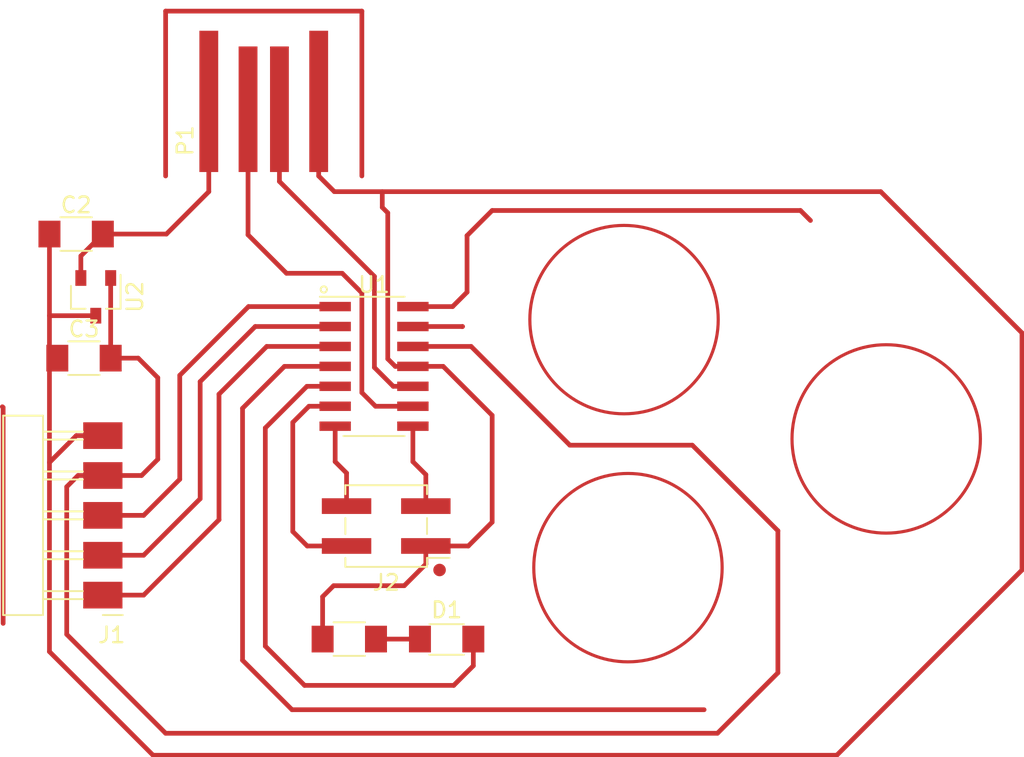
<source format=kicad_pcb>
(kicad_pcb (version 20240108) (generator "pcbnew") (generator_version "8.0")
  (layers (0 "F.Cu" signal) (31 "B.Cu" signal) (34 "B.Paste" user) (35 "F.Paste" user) (36 "B.SilkS" user "B.Silkscreen") (37 "F.SilkS" user "F.Silkscreen") (38 "B.Mask" user) (39 "F.Mask" user) (44 "Edge.Cuts" user))
  (net 0 "")
  (net 1 "PWR5V")
  (net 2 "GND")
  (net 3 "VDD")
  (net 4 "LED")
  (net 5 "Net-(D1-K)")
  (net 6 "PA05")
  (net 7 "PA08")
  (net 8 "PA09")
  (net 9 "CLK")
  (net 10 "RST")
  (net 11 "DIO")
  (net 12 "D+")
  (net 13 "D-")
  (net 14 "Pad1")
  (net 15 "Pad3")
  (net 16 "Pad2")
  (footprint "fab:C_1206" (layer "F.Cu") (at 106.7 59.5)
    (property "Reference" "C2" (at 0 -1.85 0) (layer "F.SilkS"))
    (property "Value" "1uf")
    (fp_line (start -1 -1.07) (end 1 -1.07) (stroke (width 0.12)) (layer "F.SilkS"))
    (fp_line (start 1 1.07) (end -1 1.07) (stroke (width 0.12)) (layer "F.SilkS"))
    (pad "1" smd rect (at -1.7 0) (size 1.4 1.7) (layers "F.Cu" "F.Paste" "F.Mask") (net 2 "GND"))
    (pad "2" smd rect (at 1.7 0) (size 1.4 1.7) (layers "F.Cu" "F.Paste" "F.Mask") (net 1 "PWR5V"))
  )
  (footprint "fab:C_1206" (layer "F.Cu") (at 107.2 67.405)
    (property "Reference" "C3" (at 0 -1.85 0) (layer "F.SilkS"))
    (property "Value" "1uf")
    (fp_line (start -1 -1.07) (end 1 -1.07) (stroke (width 0.12)) (layer "F.SilkS"))
    (fp_line (start 1 1.07) (end -1 1.07) (stroke (width 0.12)) (layer "F.SilkS"))
    (pad "1" smd rect (at -1.7 0) (size 1.4 1.7) (layers "F.Cu" "F.Paste" "F.Mask") (net 2 "GND"))
    (pad "2" smd rect (at 1.7 0) (size 1.4 1.7) (layers "F.Cu" "F.Paste" "F.Mask") (net 3 "VDD"))
  )
  (footprint "fab:LED_1206" (layer "F.Cu") (at 130.3 85.3)
    (property "Reference" "D1" (at 0 -1.85 0) (layer "F.SilkS"))
    (property "Value" "LED_1206")
    (fp_line (start -1.1 -0.95) (end 1.1 -0.95) (stroke (width 0.12)) (layer "F.SilkS"))
    (fp_line (start -1.1 1) (end 1.1 1) (stroke (width 0.12)) (layer "F.SilkS"))
    (pad "1" smd rect (at -1.7 0) (size 1.4 1.7) (layers "F.Cu" "F.Paste" "F.Mask") (net 5 "Net-(D1-K)"))
    (pad "2" smd rect (at 1.7 0) (size 1.4 1.7) (layers "F.Cu" "F.Paste" "F.Mask") (net 4 "LED"))
  )
  (footprint "fab:Conn_USB_A_Plain" (layer "F.Cu") (at 118.65 51.05 90)
    (property "Reference" "P1" (at -2.5 -5 90) (layer "F.SilkS"))
    (property "Value" "Conn_USB_A_Plain")
    (pad "1" smd rect (at 0 -3.5 90) (size 9 1.2) (layers "F.Cu" "F.Paste" "F.Mask") (net 1 "PWR5V"))
    (pad "2" smd rect (at -0.5 -1 90) (size 8 1.2) (layers "F.Cu" "F.Paste" "F.Mask") (net 13 "D-"))
    (pad "3" smd rect (at -0.5 1 90) (size 8 1.2) (layers "F.Cu" "F.Paste" "F.Mask") (net 12 "D+"))
    (pad "4" smd rect (at 0 3.5 90) (size 9 1.2) (layers "F.Cu" "F.Paste" "F.Mask") (net 2 "GND"))
  )
  (footprint "fab:R_1206" (layer "F.Cu") (at 124.1 85.3 180)
    (property "Reference" "R1" (hide yes))
    (property "Value" "220")
    (fp_line (start 1 1.07) (end -1 1.07) (stroke (width 0.12)) (layer "F.SilkS"))
    (fp_line (start -1 -1.07) (end 1 -1.07) (stroke (width 0.12)) (layer "F.SilkS"))
    (pad "1" smd rect (at -1.7 0 180) (size 1.4 1.7) (layers "F.Cu" "F.Paste" "F.Mask") (net 5 "Net-(D1-K)"))
    (pad "2" smd rect (at 1.7 0 180) (size 1.4 1.7) (layers "F.Cu" "F.Paste" "F.Mask") (net 2 "GND"))
  )
  (footprint "fab:SOT-23-3" (layer "F.Cu") (at 107.95 63.5 -90)
    (property "Reference" "U2" (at 0 -2.5 90) (layer "F.SilkS"))
    (property "Value" "Regulator_Linear_3.3V_100mA_TexasInstruments")
    (fp_line (start 0.76 1.58) (end -0.7 1.58) (stroke (width 0.12)) (layer "F.SilkS"))
    (fp_line (start 0.76 1.58) (end 0.76 0.65) (stroke (width 0.12)) (layer "F.SilkS"))
    (fp_line (start 0.76 -1.58) (end 0.76 -0.65) (stroke (width 0.12)) (layer "F.SilkS"))
    (fp_line (start 0.76 -1.58) (end -1.4 -1.58) (stroke (width 0.12)) (layer "F.SilkS"))
    (pad "1" smd rect (at -1.2 -0.95 270) (size 1 0.7) (layers "F.Cu" "F.Paste" "F.Mask") (net 3 "VDD"))
    (pad "2" smd rect (at -1.2 0.95 270) (size 1 0.7) (layers "F.Cu" "F.Paste" "F.Mask") (net 1 "PWR5V"))
    (pad "3" smd rect (at 1.2 0 270) (size 1 0.7) (layers "F.Cu" "F.Paste" "F.Mask") (net 2 "GND"))
  )
  (footprint "fab:SOIC-14_3.9x8.7mm_P1.27mm" (layer "F.Cu") (at 125.675 67.93)
    (property "Reference" "U1" (at 0 -5.2 0) (layer "F.SilkS"))
    (property "Value" "Microcontroller_ATSAMD11C14A-SSUT")
    (fp_line (start 0 -4.435) (end -3.45 -4.435) (stroke (width 0.12)) (layer "F.SilkS"))
    (fp_line (start 0 -4.435) (end 1.95 -4.435) (stroke (width 0.12)) (layer "F.SilkS"))
    (fp_line (start 0 4.435) (end -1.95 4.435) (stroke (width 0.12)) (layer "F.SilkS"))
    (fp_line (start 0 4.435) (end 1.95 4.435) (stroke (width 0.12)) (layer "F.SilkS"))
    (fp_circle (center -3.2 -4.9) (end -3.2 -4.7) (stroke (width 0.12)) (fill none) (layer "F.SilkS"))
    (pad "1" smd rect (at -2.475 -3.81) (size 2 0.6) (layers "F.Cu" "F.Paste" "F.Mask") (net 6 "PA05"))
    (pad "2" smd rect (at -2.475 -2.54) (size 2 0.6) (layers "F.Cu" "F.Paste" "F.Mask") (net 7 "PA08"))
    (pad "3" smd rect (at -2.475 -1.27) (size 2 0.6) (layers "F.Cu" "F.Paste" "F.Mask") (net 8 "PA09"))
    (pad "4" smd rect (at -2.475 0) (size 2 0.6) (layers "F.Cu" "F.Paste" "F.Mask") (net 15 "Pad3"))
    (pad "5" smd rect (at -2.475 1.27) (size 2 0.6) (layers "F.Cu" "F.Paste" "F.Mask") (net 4 "LED"))
    (pad "6" smd rect (at -2.475 2.54) (size 2 0.6) (layers "F.Cu" "F.Paste" "F.Mask") (net 10 "RST"))
    (pad "7" smd rect (at -2.475 3.81) (size 2 0.6) (layers "F.Cu" "F.Paste" "F.Mask") (net 9 "CLK"))
    (pad "8" smd rect (at 2.475 3.81) (size 2 0.6) (layers "F.Cu" "F.Paste" "F.Mask") (net 11 "DIO"))
    (pad "9" smd rect (at 2.475 2.54) (size 2 0.6) (layers "F.Cu" "F.Paste" "F.Mask") (net 13 "D-"))
    (pad "10" smd rect (at 2.475 1.27) (size 2 0.6) (layers "F.Cu" "F.Paste" "F.Mask") (net 12 "D+"))
    (pad "11" smd rect (at 2.475 0) (size 2 0.6) (layers "F.Cu" "F.Paste" "F.Mask") (net 2 "GND"))
    (pad "12" smd rect (at 2.475 -1.27) (size 2 0.6) (layers "F.Cu" "F.Paste" "F.Mask") (net 3 "VDD"))
    (pad "13" smd rect (at 2.475 -2.54) (size 2 0.6) (layers "F.Cu" "F.Paste" "F.Mask") (net 14 "Pad1"))
    (pad "14" smd rect (at 2.475 -3.81) (size 2 0.6) (layers "F.Cu" "F.Paste" "F.Mask") (net 16 "Pad2"))
  )
  (footprint "fab:PinHeader_1x05_P2.54mm_Horizontal_SMD" (layer "F.Cu") (at 108.4 82.5 180)
    (property "Reference" "J1" (at -1.524 -2.54 180) (layer "F.SilkS") (effects (justify right)))
    (property "Value" "Conn_PinHeader_1x05_P2.54mm_Horizontal_SMD" (hide yes))
    (fp_line (start 6.35 11.43) (end 3.81 11.43) (stroke (width 0.12)) (layer "F.SilkS"))
    (fp_line (start 6.35 -1.27) (end 6.35 11.43) (stroke (width 0.12)) (layer "F.SilkS"))
    (fp_line (start 3.81 11.43) (end 3.81 -1.27) (stroke (width 0.12)) (layer "F.SilkS"))
    (fp_line (start 3.81 10.414) (end 1.27 10.414) (stroke (width 0.12)) (layer "F.SilkS"))
    (fp_line (start 3.81 9.906) (end 1.27 9.906) (stroke (width 0.12)) (layer "F.SilkS"))
    (fp_line (start 3.81 7.874) (end 1.27 7.874) (stroke (width 0.12)) (layer "F.SilkS"))
    (fp_line (start 3.81 7.366) (end 1.27 7.366) (stroke (width 0.12)) (layer "F.SilkS"))
    (fp_line (start 3.81 5.334) (end 1.27 5.334) (stroke (width 0.12)) (layer "F.SilkS"))
    (fp_line (start 3.81 4.826) (end 1.27 4.826) (stroke (width 0.12)) (layer "F.SilkS"))
    (fp_line (start 3.81 2.794) (end 1.27 2.794) (stroke (width 0.12)) (layer "F.SilkS"))
    (fp_line (start 3.81 2.286) (end 1.27 2.286) (stroke (width 0.12)) (layer "F.SilkS"))
    (fp_line (start 3.81 0.254) (end 1.27 0.254) (stroke (width 0.12)) (layer "F.SilkS"))
    (fp_line (start 3.81 -0.254) (end 1.27 -0.254) (stroke (width 0.12)) (layer "F.SilkS"))
    (fp_line (start 3.81 -1.27) (end 6.35 -1.27) (stroke (width 0.12)) (layer "F.SilkS"))
    (fp_line (start -1.27 -1.27) (end 0 -1.27) (stroke (width 0.12)) (layer "F.SilkS"))
    (pad "1" smd rect (at 0 0 180) (size 2.5 1.7) (layers "F.Cu" "F.Paste" "F.Mask") (net 8 "PA09"))
    (pad "2" smd rect (at 0 2.54 180) (size 2.5 1.7) (layers "F.Cu" "F.Paste" "F.Mask") (net 7 "PA08"))
    (pad "3" smd rect (at 0 5.08 180) (size 2.5 1.7) (layers "F.Cu" "F.Paste" "F.Mask") (net 6 "PA05"))
    (pad "4" smd rect (at 0 7.62 180) (size 2.5 1.7) (layers "F.Cu" "F.Paste" "F.Mask") (net 3 "VDD"))
    (pad "5" smd rect (at 0 10.16 180) (size 2.5 1.7) (layers "F.Cu" "F.Paste" "F.Mask") (net 2 "GND"))
  )
  (footprint "fab:PinHeader_2x02_P2.54mm_Vertical_SMD" (layer "F.Cu") (at 126.45 78.1 180)
    (property "Reference" "J2" (at 0 -3.6 180) (layer "F.SilkS"))
    (property "Value" "Conn_PinHeader_SWD_2x02_P2.54mm_Vertical_SMD")
    (fp_circle (center -3.4 -2.8) (end -3.1 -2.8) (stroke (width 0.2)) (fill solid) (layer "F.Cu"))
    (fp_line (start 2.6 2.03) (end 2.6 2.6) (stroke (width 0.12)) (layer "F.SilkS"))
    (fp_line (start 2.6 -0.51) (end 2.6 0.51) (stroke (width 0.12)) (layer "F.SilkS"))
    (fp_line (start 2.6 -2.6) (end 2.6 -2.03) (stroke (width 0.12)) (layer "F.SilkS"))
    (fp_line (start -2.6 2.6) (end 2.6 2.6) (stroke (width 0.12)) (layer "F.SilkS"))
    (fp_line (start -2.6 2.03) (end -2.6 2.6) (stroke (width 0.12)) (layer "F.SilkS"))
    (fp_line (start -2.6 -0.51) (end -2.6 0.51) (stroke (width 0.12)) (layer "F.SilkS"))
    (fp_line (start -2.6 -2.6) (end 2.6 -2.6) (stroke (width 0.12)) (layer "F.SilkS"))
    (fp_line (start -2.6 -2.6) (end -2.6 -2.03) (stroke (width 0.12)) (layer "F.SilkS"))
    (fp_line (start -4.04 -2.03) (end -2.6 -2.03) (stroke (width 0.12)) (layer "F.SilkS"))
    (pad "1" smd rect (at -2.525 -1.27 180) (size 3.15 1) (layers "F.Cu" "F.Paste" "F.Mask") (net 2 "GND"))
    (pad "2" smd rect (at 2.525 -1.27 180) (size 3.15 1) (layers "F.Cu" "F.Paste" "F.Mask") (net 10 "RST"))
    (pad "3" smd rect (at -2.525 1.27 180) (size 3.15 1) (layers "F.Cu" "F.Paste" "F.Mask") (net 11 "DIO"))
    (pad "4" smd rect (at 2.525 1.27 180) (size 3.15 1) (layers "F.Cu" "F.Paste" "F.Mask") (net 9 "CLK"))
  )
  (gr_circle (center 141.85 80.75) (end 147.85 80.75) (stroke (width 0.2)) (fill none) (layer "F.Cu") (net 15))
  (gr_circle (center 141.6 64.95) (end 147.6 64.95) (stroke (width 0.2)) (fill none) (layer "F.Cu") (net 14))
  (gr_circle (center 158.3 72.55) (end 164.3 72.55) (stroke (width 0.2)) (fill none) (layer "F.Cu"))
  (segment (start 102.05 70.55) (end 102.05 84.3) (width 0.3) (layer "F.Cu") (net 0))
  (segment (start 102 70.5) (end 102.05 70.55) (width 0.3) (layer "F.Cu") (net 0))
  (segment (start 124.9 55.8) (end 124.9 45.3) (width 0.3) (layer "F.Cu") (net 0))
  (segment (start 124.9 45.3) (end 112.4 45.3) (width 0.3) (layer "F.Cu") (net 0))
  (segment (start 112.4 45.3) (end 112.4 55.8) (width 0.3) (layer "F.Cu") (net 0))
  (segment (start 112.45 59.5) (end 108.4 59.5) (width 0.3) (layer "F.Cu") (net 1))
  (segment (start 115.15 56.8) (end 112.45 59.5) (width 0.3) (layer "F.Cu") (net 1))
  (segment (start 115.15 51.05) (end 115.15 56.8) (width 0.3) (layer "F.Cu") (net 1))
  (segment (start 115.0925 51.1075) (end 115.0925 52.5075) (width 0.2) (layer "F.Cu") (net 1))
  (segment (start 115.15 51.05) (end 115.0925 51.1075) (width 0.2) (layer "F.Cu") (net 1))
  (segment (start 107 62.3) (end 107 60.9) (width 0.3) (layer "F.Cu") (net 1))
  (segment (start 107 60.9) (end 108.4 59.5) (width 0.3) (layer "F.Cu") (net 1))
  (segment (start 122.4 82.6) (end 123.1 81.9) (width 0.3) (layer "F.Cu") (net 2))
  (segment (start 131.68 79.37) (end 128.975 79.37) (width 0.3) (layer "F.Cu") (net 2))
  (segment (start 122.15 55.8) (end 123.15 56.8) (width 0.3) (layer "F.Cu") (net 2))
  (segment (start 126.55 67.45) (end 126.55 58.15) (width 0.3) (layer "F.Cu") (net 2))
  (segment (start 123.1 81.9) (end 127.6 81.9) (width 0.3) (layer "F.Cu") (net 2))
  (segment (start 122.15 51.05) (end 122.15 55.8) (width 0.3) (layer "F.Cu") (net 2))
  (segment (start 128.975 80.525) (end 128.975 79.37) (width 0.3) (layer "F.Cu") (net 2))
  (segment (start 126.55 58.15) (end 126.2 57.8) (width 0.3) (layer "F.Cu") (net 2))
  (segment (start 133.2 71.05) (end 133.2 77.85) (width 0.3) (layer "F.Cu") (net 2))
  (segment (start 133.2 77.85) (end 131.68 79.37) (width 0.3) (layer "F.Cu") (net 2))
  (segment (start 155.15 92.7) (end 111.6 92.7) (width 0.3) (layer "F.Cu") (net 2))
  (segment (start 122.4 85.3) (end 122.4 82.6) (width 0.3) (layer "F.Cu") (net 2))
  (segment (start 123.15 56.8) (end 157.95 56.8) (width 0.3) (layer "F.Cu") (net 2))
  (segment (start 157.95 56.8) (end 166.95 65.8) (width 0.3) (layer "F.Cu") (net 2))
  (segment (start 128.15 67.93) (end 130.08 67.93) (width 0.3) (layer "F.Cu") (net 2))
  (segment (start 128.15 67.93) (end 127.03 67.93) (width 0.3) (layer "F.Cu") (net 2))
  (segment (start 111.6 92.7) (end 105 86.1) (width 0.3) (layer "F.Cu") (net 2))
  (segment (start 108.4 72.34) (end 106.71 72.34) (width 0.3) (layer "F.Cu") (net 2))
  (segment (start 127.6 81.9) (end 128.975 80.525) (width 0.3) (layer "F.Cu") (net 2))
  (segment (start 127.03 67.93) (end 126.55 67.45) (width 0.3) (layer "F.Cu") (net 2))
  (segment (start 127.45 67.93) (end 128.15 67.93) (width 0.2) (layer "F.Cu") (net 2))
  (segment (start 130.08 67.93) (end 133.2 71.05) (width 0.3) (layer "F.Cu") (net 2))
  (segment (start 166.95 65.8) (end 166.95 80.9) (width 0.3) (layer "F.Cu") (net 2))
  (segment (start 126.2 57.8) (end 126.2 56.8) (width 0.3) (layer "F.Cu") (net 2))
  (segment (start 105 86.1) (end 105 59.5) (width 0.3) (layer "F.Cu") (net 2))
  (segment (start 107.95 64.7) (end 105 64.7) (width 0.3) (layer "F.Cu") (net 2))
  (segment (start 106.71 72.34) (end 105 74.05) (width 0.3) (layer "F.Cu") (net 2))
  (segment (start 166.95 80.9) (end 155.15 92.7) (width 0.3) (layer "F.Cu") (net 2))
  (segment (start 151.4 78.4) (end 151.4 87.45) (width 0.3) (layer "F.Cu") (net 3))
  (segment (start 106.1 85) (end 106.1 75.6) (width 0.3) (layer "F.Cu") (net 3))
  (segment (start 131.86 66.66) (end 138.15 72.95) (width 0.3) (layer "F.Cu") (net 3))
  (segment (start 147.55 91.3) (end 112.4 91.3) (width 0.3) (layer "F.Cu") (net 3))
  (segment (start 110.655 67.405) (end 108.9 67.405) (width 0.3) (layer "F.Cu") (net 3))
  (segment (start 111.9 68.65) (end 110.655 67.405) (width 0.3) (layer "F.Cu") (net 3))
  (segment (start 151.4 87.45) (end 147.55 91.3) (width 0.3) (layer "F.Cu") (net 3))
  (segment (start 145.95 72.95) (end 151.4 78.4) (width 0.3) (layer "F.Cu") (net 3))
  (segment (start 108.4 74.88) (end 110.87 74.88) (width 0.3) (layer "F.Cu") (net 3))
  (segment (start 112.4 91.3) (end 106.1 85) (width 0.3) (layer "F.Cu") (net 3))
  (segment (start 128.15 66.66) (end 131.86 66.66) (width 0.3) (layer "F.Cu") (net 3))
  (segment (start 138.15 72.95) (end 145.95 72.95) (width 0.3) (layer "F.Cu") (net 3))
  (segment (start 111.9 73.85) (end 111.9 68.65) (width 0.3) (layer "F.Cu") (net 3))
  (segment (start 106.1 75.6) (end 106.82 74.88) (width 0.3) (layer "F.Cu") (net 3))
  (segment (start 106.82 74.88) (end 108.4 74.88) (width 0.3) (layer "F.Cu") (net 3))
  (segment (start 108.9 62.3) (end 108.9 67.405) (width 0.3) (layer "F.Cu") (net 3))
  (segment (start 110.87 74.88) (end 111.9 73.85) (width 0.3) (layer "F.Cu") (net 3))
  (segment (start 121.25 88.25) (end 130.75 88.25) (width 0.3) (layer "F.Cu") (net 4))
  (segment (start 121.4 69.2) (end 118.75 71.85) (width 0.3) (layer "F.Cu") (net 4))
  (segment (start 130.75 88.25) (end 132 87) (width 0.3) (layer "F.Cu") (net 4))
  (segment (start 123.2 69.2) (end 121.4 69.2) (width 0.3) (layer "F.Cu") (net 4))
  (segment (start 118.75 85.75) (end 121.25 88.25) (width 0.3) (layer "F.Cu") (net 4))
  (segment (start 132 87) (end 132 85.3) (width 0.3) (layer "F.Cu") (net 4))
  (segment (start 118.75 71.85) (end 118.75 85.75) (width 0.3) (layer "F.Cu") (net 4))
  (segment (start 128.6 85.3) (end 125.8 85.3) (width 0.3) (layer "F.Cu") (net 5))
  (segment (start 113.3 68.5) (end 117.68 64.12) (width 0.3) (layer "F.Cu") (net 6))
  (segment (start 113.3 75.12) (end 113.3 68.5) (width 0.3) (layer "F.Cu") (net 6))
  (segment (start 117.68 64.12) (end 123.2 64.12) (width 0.3) (layer "F.Cu") (net 6))
  (segment (start 111 77.42) (end 113.3 75.12) (width 0.3) (layer "F.Cu") (net 6))
  (segment (start 108.4 77.42) (end 111 77.42) (width 0.3) (layer "F.Cu") (net 6))
  (segment (start 111 79.96) (end 114.6 76.36) (width 0.3) (layer "F.Cu") (net 7))
  (segment (start 114.6 68.9) (end 118.11 65.39) (width 0.3) (layer "F.Cu") (net 7))
  (segment (start 114.6 76.36) (end 114.6 68.9) (width 0.3) (layer "F.Cu") (net 7))
  (segment (start 118.11 65.39) (end 123.2 65.39) (width 0.3) (layer "F.Cu") (net 7))
  (segment (start 108.4 79.96) (end 111 79.96) (width 0.3) (layer "F.Cu") (net 7))
  (segment (start 115.8 69.7) (end 118.84 66.66) (width 0.3) (layer "F.Cu") (net 8))
  (segment (start 118.84 66.66) (end 123.2 66.66) (width 0.3) (layer "F.Cu") (net 8))
  (segment (start 108.4 82.5) (end 111 82.5) (width 0.3) (layer "F.Cu") (net 8))
  (segment (start 115.8 77.7) (end 115.8 69.7) (width 0.3) (layer "F.Cu") (net 8))
  (segment (start 111 82.5) (end 115.8 77.7) (width 0.3) (layer "F.Cu") (net 8))
  (segment (start 123.2 71.74) (end 123.2 74) (width 0.3) (layer "F.Cu") (net 9))
  (segment (start 123.925 74.725) (end 123.925 76.83) (width 0.3) (layer "F.Cu") (net 9))
  (segment (start 123.2 74) (end 123.925 74.725) (width 0.3) (layer "F.Cu") (net 9))
  (segment (start 121.42 79.37) (end 120.5 78.45) (width 0.3) (layer "F.Cu") (net 10))
  (segment (start 123.925 79.37) (end 121.42 79.37) (width 0.3) (layer "F.Cu") (net 10))
  (segment (start 120.5 71.5) (end 121.53 70.47) (width 0.3) (layer "F.Cu") (net 10))
  (segment (start 121.53 70.47) (end 123.2 70.47) (width 0.3) (layer "F.Cu") (net 10))
  (segment (start 120.5 78.45) (end 120.5 71.5) (width 0.3) (layer "F.Cu") (net 10))
  (segment (start 128.975 74.825) (end 128.975 76.83) (width 0.3) (layer "F.Cu") (net 11))
  (segment (start 128.15 74) (end 128.975 74.825) (width 0.3) (layer "F.Cu") (net 11))
  (segment (start 128.15 71.74) (end 128.15 74) (width 0.3) (layer "F.Cu") (net 11))
  (segment (start 127.925 71.875) (end 127.9 71.85) (width 0.2) (layer "F.Cu") (net 11))
  (segment (start 125.7 62.2) (end 125.7 68) (width 0.3) (layer "F.Cu") (net 12))
  (segment (start 125.7 68) (end 126.9 69.2) (width 0.3) (layer "F.Cu") (net 12))
  (segment (start 126.9 69.2) (end 128.15 69.2) (width 0.3) (layer "F.Cu") (net 12))
  (segment (start 119.65 56.15) (end 125.7 62.2) (width 0.3) (layer "F.Cu") (net 12))
  (segment (start 119.65 51.55) (end 119.65 56.15) (width 0.3) (layer "F.Cu") (net 12))
  (segment (start 125.77 70.47) (end 124.9 69.6) (width 0.3) (layer "F.Cu") (net 13))
  (segment (start 124.9 63.25) (end 123.65 62) (width 0.3) (layer "F.Cu") (net 13))
  (segment (start 120.1 62) (end 117.65 59.55) (width 0.3) (layer "F.Cu") (net 13))
  (segment (start 124.9 69.6) (end 124.9 63.25) (width 0.3) (layer "F.Cu") (net 13))
  (segment (start 120.1 62) (end 123.65 62) (width 0.3) (layer "F.Cu") (net 13))
  (segment (start 128.15 70.47) (end 125.77 70.47) (width 0.3) (layer "F.Cu") (net 13))
  (segment (start 117.65 59.55) (end 117.65 51.55) (width 0.3) (layer "F.Cu") (net 13))
  (segment (start 128.15 65.39) (end 131.31 65.39) (width 0.3) (layer "F.Cu") (net 14))
  (segment (start 131.31 65.39) (end 131.3 65.4) (width 0.3) (layer "F.Cu") (net 14))
  (segment (start 117.3 86.65) (end 120.45 89.8) (width 0.3) (layer "F.Cu") (net 15))
  (segment (start 120.45 89.8) (end 146.7 89.8) (width 0.3) (layer "F.Cu") (net 15))
  (segment (start 119.97 67.93) (end 117.3 70.6) (width 0.3) (layer "F.Cu") (net 15))
  (segment (start 117.3 70.6) (end 117.3 86.65) (width 0.3) (layer "F.Cu") (net 15))
  (segment (start 123.2 67.93) (end 119.97 67.93) (width 0.3) (layer "F.Cu") (net 15))
  (segment (start 152.838432 58) (end 153.474397 58.635965) (width 0.3) (layer "F.Cu") (net 16))
  (segment (start 130.68 64.12) (end 131.6 63.2) (width 0.3) (layer "F.Cu") (net 16))
  (segment (start 131.6 59.6) (end 133.2 58) (width 0.3) (layer "F.Cu") (net 16))
  (segment (start 133.2 58) (end 152.838432 58) (width 0.3) (layer "F.Cu") (net 16))
  (segment (start 128.15 64.12) (end 130.68 64.12) (width 0.3) (layer "F.Cu") (net 16))
  (segment (start 131.6 63.2) (end 131.6 59.6) (width 0.3) (layer "F.Cu") (net 16))
)
</source>
